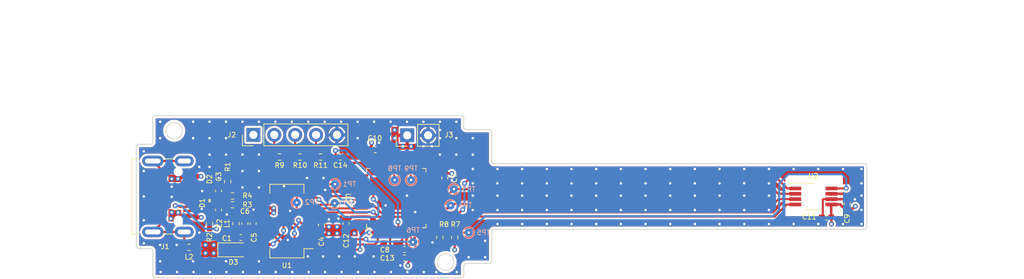
<source format=kicad_pcb>
(kicad_pcb (version 20211014) (generator pcbnew)
  (layers (0 "F.Cu" signal) (1 "In1.Cu" signal) (2 "In2.Cu" signal) (31 "B.Cu" signal) (34 "B.Paste" user) (35 "F.Paste" user) (36 "B.SilkS" user "B.Silkscreen") (37 "F.SilkS" user "F.Silkscreen") (38 "B.Mask" user) (39 "F.Mask" user) (44 "Edge.Cuts" user))
  (net 0 "")
  (net 1 "GND")
  (net 2 "/D-")
  (net 3 "/D+")
  (net 4 "VDD")
  (net 5 "+5V")
  (net 6 "/nRST")
  (net 7 "Net-(J1-PadA5)")
  (net 9 "Net-(J1-PadB5)")
  (net 11 "Net-(J2-Pad2)")
  (net 12 "Net-(J2-Pad3)")
  (net 13 "Net-(J2-Pad4)")
  (net 14 "Net-(R8-Pad1)")
  (net 15 "/RTS")
  (net 16 "/CTS")
  (net 17 "/DTR")
  (net 18 "/nSLEEP")
  (net 19 "/DSR")
  (net 20 "/nKEEP_AWAKE")
  (net 21 "/DCD")
  (net 22 "Net-(J1-PadS1)")
  (net 23 "/RI")
  (net 24 "/DD-")
  (net 25 "/DD+")
  (net 26 "/SWDIO")
  (net 27 "/SWCLK")
  (net 28 "/MCU_RX")
  (net 29 "/MCU_TX")
  (net 30 "/SPI_SCK")
  (net 31 "/SPI_MOSI")
  (net 32 "/SPI_MISO")
  (net 33 "/SPI_NSS")
  (net 34 "/MAG_INT")
  (net 35 "/MCU_CLK")
  (net 55 "Net-(TP8-Pad1)")
  (net 56 "Net-(TP9-Pad1)")
  (net 57 "/VBUS")
  (footprint "Resistor_SMD:R_0402_1005Metric_Pad0.72x0.64mm_HandSolder" (layer "F.Cu") (at 85 148.1 -90)
    (fp_text reference "R8")
    (fp_text value "10k")
  )
  (footprint "Package_SON:X1SON" (layer "F.Cu") (at 57 142.8 90)
    (fp_text reference "D2")
    (fp_text value "3.6V")
  )
  (footprint "Resistor_SMD:R_0402_1005Metric_Pad0.72x0.64mm_HandSolder" (layer "F.Cu") (at 59.8 144.1)
    (fp_text reference "R3")
    (fp_text value "27")
  )
  (footprint "Package_QFP:LQFP-48_7x7mm_P0.5mm" (layer "F.Cu") (at 79.7 143.3 90)
    (fp_text reference "U3")
    (fp_text value "STM32L010C6T6")
  )
  (footprint "Capacitor_SMD:C_0402_1005Metric_Pad0.74x0.62mm_HandSolder" (layer "F.Cu") (at 58.1 142.4325 90)
    (fp_text reference "C3")
    (fp_text value "47p")
  )
  (footprint "Resistor_SMD:R_0402_1005Metric_Pad0.72x0.64mm_HandSolder" (layer "F.Cu") (at 57 146.4 -90)
    (fp_text reference "R2")
    (fp_text value "4k7")
  )
  (footprint "Capacitor_SMD:C_0402_1005Metric_Pad0.74x0.62mm_HandSolder" (layer "F.Cu") (at 62.3 146.4 -90)
    (fp_text reference "C5")
    (fp_text value "100n")
  )
  (footprint "Diode_SMD:D_SOD-323_HandSoldering" (layer "F.Cu") (at 59.9 149.6)
    (fp_text reference "D3")
    (fp_text value "6.6V")
  )
  (footprint "Resistor_SMD:R_0402_1005Metric_Pad0.72x0.64mm_HandSolder" (layer "F.Cu") (at 86.8 148.1 -90)
    (fp_text reference "R7")
    (fp_text value "10k")
  )
  (footprint "Connector_USB:USB_C_Receptacle_JAE_DX07S016JA1R1500" (layer "F.Cu") (at 51.25 143.1 -90)
    (fp_text reference "J1")
    (fp_text value "USB_C_Receptacle_USB2.0")
  )
  (footprint "Capacitor_SMD:C_0402_1005Metric_Pad0.74x0.62mm_HandSolder" (layer "F.Cu") (at 80.7 149.55 180)
    (fp_text reference "C8")
    (fp_text value "100n")
  )
  (footprint "Capacitor_SMD:C_0402_1005Metric_Pad0.74x0.62mm_HandSolder" (layer "F.Cu") (at 73.6 146.4 90)
    (fp_text reference "C12")
    (fp_text value "100n")
  )
  (footprint "Resistor_SMD:R_0402_1005Metric_Pad0.72x0.64mm_HandSolder" (layer "F.Cu") (at 54.5 149.3 180)
    (fp_text reference "L2")
    (fp_text value "L_Ferrite")
  )
  (footprint "Resistor_SMD:R_0402_1005Metric_Pad0.72x0.64mm_HandSolder" (layer "F.Cu") (at 65.5 138.3)
    (fp_text reference "R9")
    (fp_text value "100")
  )
  (footprint "Resistor_SMD:R_0402_1005Metric_Pad0.72x0.64mm_HandSolder" (layer "F.Cu") (at 68 138.3)
    (fp_text reference "R10")
    (fp_text value "100")
  )
  (footprint "Capacitor_SMD:C_0402_1005Metric_Pad0.74x0.62mm_HandSolder" (layer "F.Cu") (at 70.6 146.5675 90)
    (fp_text reference "C4")
    (fp_text value "100n")
  )
  (footprint "Capacitor_SMD:C_0402_1005Metric_Pad0.74x0.62mm_HandSolder" (layer "F.Cu") (at 77.15 137.4)
    (fp_text reference "C10")
    (fp_text value "100n")
  )
  (footprint "Package_SO:VSSOP-8_3.0x3.0mm_P0.65mm" (layer "F.Cu") (at 130.4 143.1)
    (fp_text reference "U2")
    (fp_text value "TMAG5170")
  )
  (footprint "Capacitor_SMD:C_0402_1005Metric_Pad0.74x0.62mm_HandSolder" (layer "F.Cu") (at 132 145.6 180)
    (fp_text reference "C11")
    (fp_text value "4.7u")
  )
  (footprint "Package_SON:X1SON" (layer "F.Cu") (at 57 144.4325 -90)
    (fp_text reference "D1")
    (fp_text value "3.6V")
  )
  (footprint "Package_SO:SSOP-20_3.9x8.7mm_P0.635mm" (layer "F.Cu") (at 66.4 146.1 180)
    (fp_text reference "U1")
    (fp_text value "FT231XS")
  )
  (footprint "Capacitor_SMD:C_0402_1005Metric_Pad0.74x0.62mm_HandSolder" (layer "F.Cu") (at 61.3 146.4 -90)
    (fp_text reference "C6")
    (fp_text value "4.7u")
  )
  (footprint "Resistor_SMD:R_0402_1005Metric_Pad0.72x0.64mm_HandSolder" (layer "F.Cu") (at 59.2 141.3 90)
    (fp_text reference "R1")
    (fp_text value "4k7")
  )
  (footprint "Capacitor_SMD:C_0402_1005Metric_Pad0.74x0.62mm_HandSolder" (layer "F.Cu") (at 72.9 138.3)
    (fp_text reference "C14")
    (fp_text value "100n")
  )
  (footprint "Connector_PinHeader_2.54mm:PinHeader_1x05_P2.54mm_Vertical" (layer "F.Cu") (at 62.325 135.6 90)
    (fp_text reference "J2")
    (fp_text value "1x5_MALE")
  )
  (footprint "Resistor_SMD:R_0402_1005Metric_Pad0.72x0.64mm_HandSolder" (layer "F.Cu") (at 70.5 138.3)
    (fp_text reference "R11")
    (fp_text value "100")
  )
  (footprint "Capacitor_SMD:C_0402_1005Metric_Pad0.74x0.62mm_HandSolder" (layer "F.Cu") (at 80.7 150.6 180)
    (fp_text reference "C13")
    (fp_text value "4.7u")
  )
  (footprint "Connector_PinHeader_2.54mm:PinHeader_1x02_P2.54mm_Vertical" (layer "F.Cu") (at 81.025 135.65 90)
    (fp_text reference "J3")
    (fp_text value "1x2_Male")
  )
  (footprint "Resistor_SMD:R_0402_1005Metric_Pad0.72x0.64mm_HandSolder" (layer "F.Cu") (at 59.8 143.0325)
    (fp_text reference "R4")
    (fp_text value "27")
  )
  (footprint "Capacitor_SMD:C_0402_1005Metric_Pad0.74x0.62mm_HandSolder" (layer "F.Cu") (at 134.5 144 90)
    (fp_text reference "C9")
    (fp_text value "100n")
  )
  (footprint "Capacitor_SMD:C_0402_1005Metric_Pad0.74x0.62mm_HandSolder" (layer "F.Cu") (at 85.6 140.85 -90)
    (fp_text reference "C7")
    (fp_text value "100n")
  )
  (footprint "Capacitor_SMD:C_0402_1005Metric_Pad0.74x0.62mm_HandSolder" (layer "F.Cu") (at 58.1 144.7325 -90)
    (fp_text reference "C2")
    (fp_text value "47p")
  )
  (footprint "Resistor_SMD:R_0402_1005Metric_Pad0.72x0.64mm_HandSolder" (layer "F.Cu") (at 60.2 146.4 90)
    (fp_text reference "L1")
    (fp_text value "L_Ferrite")
  )
  (footprint "Capacitor_SMD:C_0402_1005Metric_Pad0.74x0.62mm_HandSolder" (layer "F.Cu") (at 60.8 148.1)
    (fp_text reference "C1")
    (fp_text value "10n")
  )
  (footprint "TestPoint:TestPoint_Pad_D1.0mm" (layer "B.Cu") (at 67.6 143.85 180)
    (fp_text reference "TP2")
    (fp_text value "TestPoint_Small")
  )
  (footprint "TestPoint:TestPoint_Pad_D1.0mm" (layer "B.Cu") (at 81.5 141.1 90)
    (fp_text reference "TP9")
    (fp_text value "TestPoint_Small")
  )
  (footprint "TestPoint:TestPoint_Pad_D1.0mm" (layer "B.Cu") (at 86.3 144.2 180)
    (fp_text reference "TP4")
    (fp_text value "TestPoint_Small")
  )
  (footprint "TestPoint:TestPoint_Pad_D1.0mm" (layer "B.Cu") (at 72.2 143.9 180)
    (fp_text reference "TP7")
    (fp_text value "TestPoint_Small")
  )
  (footprint "TestPoint:TestPoint_Pad_D1.0mm" (layer "B.Cu") (at 81.75 148.65 180)
    (fp_text reference "TP6")
    (fp_text value "TestPoint_Small")
  )
  (footprint "TestPoint:TestPoint_Pad_D1.0mm" (layer "B.Cu") (at 72.25 141.6 180)
    (fp_text reference "TP1")
    (fp_text value "TestPoint_Small")
  )
  (footprint "TestPoint:TestPoint_Pad_D1.0mm" (layer "B.Cu") (at 79.5 141.1 90)
    (fp_text reference "TP8")
    (fp_text value "TestPoint_Small")
  )
  (footprint "TestPoint:TestPoint_Pad_D1.0mm" (layer "B.Cu") (at 86.7 142.2 180)
    (fp_text reference "TP3")
    (fp_text value "TestPoint_Small")
  )
  (footprint "TestPoint:TestPoint_Pad_D1.0mm" (layer "B.Cu") (at 88.5 147.5 180)
    (fp_text reference "TP5")
    (fp_text value "TestPoint_Small")
  )
  (gr_arc (start 87.9 151.55) (mid 87.987868 151.337868) (end 88.2 151.25) (layer "Edge.Cuts") (width 0.1))
  (gr_arc (start 50.4 153) (mid 50.187868 152.912132) (end 50.1 152.7) (layer "Edge.Cuts") (width 0.1))
  (gr_line (start 87.6 133.25) (end 50.4 133.25) (layer "Edge.Cuts") (width 0.1))
  (gr_arc (start 87.9 152.7) (mid 87.812132 152.912132) (end 87.6 153) (layer "Edge.Cuts") (width 0.1))
  (gr_line (start 91.6 147.1) (end 136.6 147.1) (layer "Edge.Cuts") (width 0.1))
  (gr_arc (start 50.1 133.55) (mid 50.187868 133.337868) (end 50.4 133.25) (layer "Edge.Cuts") (width 0.1))
  (gr_arc (start 49.8 149.45) (mid 50.012132 149.537868) (end 50.1 149.75) (layer "Edge.Cuts") (width 0.1))
  (gr_arc (start 136.9 146.8) (mid 136.812132 147.012132) (end 136.6 147.1) (layer "Edge.Cuts") (width 0.1))
  (gr_arc (start 48.1 137.05) (mid 48.187868 136.837868) (end 48.4 136.75) (layer "Edge.Cuts") (width 0.1))
  (gr_line (start 91.3 147.4) (end 91.3 150.95) (layer "Edge.Cuts") (width 0.1))
  (gr_arc (start 91.3 150.95) (mid 91.212132 151.162132) (end 91 151.25) (layer "Edge.Cuts") (width 0.1))
  (gr_line (start 50.1 149.75) (end 50.1 152.7) (layer "Edge.Cuts") (width 0.1))
  (gr_circle (center 52.7 135.1) (end 53.7 135.1) (layer "Edge.Cuts") (width 0.1) (fill none))
  (gr_line (start 91 134.95) (end 88.2 134.95) (layer "Edge.Cuts") (width 0.1))
  (gr_arc (start 136.6 139.1) (mid 136.812132 139.187868) (end 136.9 139.4) (layer "Edge.Cuts") (width 0.1))
  (gr_arc (start 91 134.95) (mid 91.212132 135.037868) (end 91.3 135.25) (layer "Edge.Cuts") (width 0.1))
  (gr_line (start 48.4 149.45) (end 49.8 149.45) (layer "Edge.Cuts") (width 0.1))
  (gr_line (start 87.9 134.65) (end 87.9 133.55) (layer "Edge.Cuts") (width 0.1))
  (gr_line (start 136.6 139.1) (end 91.6 139.1) (layer "Edge.Cuts") (width 0.1))
  (gr_arc (start 91.6 139.1) (mid 91.387868 139.012132) (end 91.3 138.8) (layer "Edge.Cuts") (width 0.1))
  (gr_arc (start 91.3 147.4) (mid 91.387868 147.187868) (end 91.6 147.1) (layer "Edge.Cuts") (width 0.1))
  (gr_arc (start 88.2 134.95) (mid 87.987868 134.862132) (end 87.9 134.65) (layer "Edge.Cuts") (width 0.1))
  (gr_line (start 50.4 153) (end 87.6 153) (layer "Edge.Cuts") (width 0.1))
  (gr_line (start 50.1 136.45) (end 50.1 133.55) (layer "Edge.Cuts") (width 0.1))
  (gr_arc (start 48.4 149.45) (mid 48.187868 149.362132) (end 48.1 149.15) (layer "Edge.Cuts") (width 0.1))
  (gr_line (start 87.9 152.7) (end 87.9 151.55) (layer "Edge.Cuts") (width 0.1))
  (gr_line (start 88.2 151.25) (end 91 151.25) (layer "Edge.Cuts") (width 0.1))
  (gr_arc (start 87.6 133.25) (mid 87.812132 133.337868) (end 87.9 133.55) (layer "Edge.Cuts") (width 0.1))
  (gr_circle (center 85.7 151.1) (end 86.7 151.1) (layer "Edge.Cuts") (width 0.1) (fill none))
  (gr_line (start 48.1 149.15) (end 48.1 137.05) (layer "Edge.Cuts") (width 0.1))
  (gr_line (start 48.4 136.75) (end 49.8 136.75) (layer "Edge.Cuts") (width 0.1))
  (gr_line (start 136.9 146.8) (end 136.9 139.4) (layer "Edge.Cuts") (width 0.1))
  (gr_line (start 91.3 138.8) (end 91.3 135.25) (layer "Edge.Cuts") (width 0.1))
  (gr_arc (start 50.1 136.45) (mid 50.012132 136.662132) (end 49.8 136.75) (layer "Edge.Cuts") (width 0.1))
  (segment (start 134.5 143.4325) (end 132.6075 143.4325) (width 0.3) (layer "F.Cu") (net 1))
  (segment (start 131.4325 145.6) (end 131.550489 145.482011) (width 0.25) (layer "F.Cu") (net 1))
  (segment (start 132.6075 143.4325) (end 132.6 143.425) (width 0.3) (layer "F.Cu") (net 1))
  (segment (start 131.550489 143.499511) (end 131.625 143.425) (width 0.25) (layer "F.Cu") (net 1))
  (segment (start 134.5 142.95) (end 134.5 143.4325) (width 0.3) (layer "F.Cu") (net 1))
  (segment (start 131.550489 145.482011) (end 131.550489 143.499511) (width 0.25) (layer "F.Cu") (net 1))
  (segment (start 131.625 143.425) (end 132.6 143.425) (width 0.25) (layer "F.Cu") (net 1))
  (segment (start 134.325 142.775) (end 134.5 142.95) (width 0.3) (layer "F.Cu") (net 1))
  (segment (start 132.6 142.775) (end 134.325 142.775) (width 0.3) (layer "F.Cu") (net 1))
  (via (at 110 143) (size 0.6) (drill 0.3) (layers "F.Cu" "B.Cu") (net 1))
  (via (at 61 142) (size 0.6) (drill 0.3) (layers "F.Cu" "B.Cu") (net 1))
  (via (at 88.5 150.5) (size 0.6) (drill 0.3) (layers "F.Cu" "B.Cu") (net 1))
  (via (at 92 143) (size 0.6) (drill 0.3) (layers "F.Cu" "B.Cu") (net 1))
  (via (at 98 141.5) (size 0.6) (drill 0.3) (layers "F.Cu" "B.Cu") (net 1))
  (via (at 68.85 140.85) (size 0.6) (drill 0.3) (layers "F.Cu" "B.Cu") (net 1))
  (via (at 85 136) (size 0.6) (drill 0.3) (layers "F.Cu" "B.Cu") (net 1))
  (via (at 57.05 152.3) (size 0.6) (drill 0.3) (layers "F.Cu" "B.Cu") (net 1))
  (via (at 87 136) (size 0.6) (drill 0.3) (layers "F.Cu" "B.Cu") (net 1))
  (via (at 70.85 140.85) (size 0.6) (drill 0.3) (layers "F.Cu" "B.Cu") (net 1))
  (via (at 136.25 141.5) (size 0.6) (drill 0.3) (layers "F.Cu" "B.Cu") (net 1))
  (via (at 95 139.75) (size 0.6) (drill 0.3) (layers "F.Cu" "B.Cu") (net 1))
  (via (at 101 144.75) (size 0.6) (drill 0.3) (layers "F.Cu" "B.Cu") (net 1))
  (via (at 75 136) (size 0.6) (drill 0.3) (layers "F.Cu" "B.Cu") (net 1))
  (via (at 97.98269 142.999999) (size 0.6) (drill 0.3) (layers "F.Cu" "B.Cu") (net 1))
  (via (at 98 144.75) (size 0.6) (drill 0.3) (layers "F.Cu" "B.Cu") (net 1))
  (via (at 67 134) (size 0.6) (drill 0.3) (layers "F.Cu" "B.Cu") (net 1))
  (via (at 101 141.5) (size 0.6) (drill 0.3) (layers "F.Cu" "B.Cu") (net 1))
  (via (at 86.45 141.15) (size 0.6) (drill 0.3) (layers "F.Cu" "B.Cu") (net 1))
  (via (at 59.05 152.3) (size 0.6) (drill 0.3) (layers "F.Cu" "B.Cu") (net 1))
  (via (at 119 144.75) (size 0.6) (drill 0.3) (layers "F.Cu" "B.Cu") (net 1))
  (via (at 85 134) (size 0.6) (drill 0.3) (layers "F.Cu" "B.Cu") (net 1))
  (via (at 71 134) (size 0.6) (drill 0.3) (layers "F.Cu" "B.Cu") (net 1))
  (via (at 116 141.5) (size 0.6) (drill 0.3) (layers "F.Cu" "B.Cu") (net 1))
  (via (at 55 136) (size 0.6) (drill 0.3) (layers "F.Cu" "B.Cu") (net 1))
  (via (at 113 139.75) (size 0.6) (drill 0.3) (layers "F.Cu" "B.Cu") (net 1))
  (via (at 77.05 152.3) (size 0.6) (drill 0.3) (layers "F.Cu" "B.Cu") (net 1))
  (via (at 56.1 142.45) (size 0.6) (drill 0.3) (layers "F.Cu" "B.Cu") (net 1))
  (via (at 89 144.75) (size 0.6) (drill 0.3) (layers "F.Cu" "B.Cu") (net 1))
  (via (at 87.05 152.3) (size 0.6) (drill 0.3) (layers "F.Cu" "B.Cu") (net 1))
  (via (at 116 144.75) (size 0.6) (drill 0.3) (layers "F.Cu" "B.Cu") (net 1))
  (via (at 128 146.45) (size 0.6) (drill 0.3) (layers "F.Cu" "B.Cu") (net 1))
  (via (at 73 134) (size 0.6) (drill 0.3) (layers "F.Cu" "B.Cu") (net 1))
  (via (at 110 146.45) (size 0.6) (drill 0.3) (layers "F.Cu" "B.Cu") (net 1))
  (via (at 63 142) (size 0.6) (drill 0.3) (layers "F.Cu" "B.Cu") (net 1))
  (via (at 135.45 143.45) (size 0.6) (drill 0.3) (layers "F.Cu" "B.Cu") (net 1))
  (via (at 49 148.8) (size 0.6) (drill 0.3) (layers "F.Cu" "B.Cu") (net 1))
  (via (at 55.05 152.3) (size 0.6) (drill 0.3) (layers "F.Cu" "B.Cu") (net 1))
  (via (at 89 141.5) (size 0.6) (drill 0.3) (layers "F.Cu" "B.Cu") (net 1))
  (via (at 113 144.75) (size 0.6) (drill 0.3) (layers "F.Cu" "B.Cu") (net 1))
  (via (at 91.994968 141.492452) (size 0.6) (drill 0.3) (layers "F.Cu" "B.Cu") (net 1))
  (via (at 59 138) (size 0.6) (drill 0.3) (layers "F.Cu" "B.Cu") (net 1))
  (via (at 84.1 148.7) (size 0.6) (drill 0.3) (layers "F.Cu" "B.Cu") (net 1))
  (via (at 131 139.75) (size 0.6) (drill 0.3) (layers "F.Cu" "B.Cu") (net 1))
  (via (at 113 141.5) (size 0.6) (drill 0.3) (layers "F.Cu" "B.Cu") (net 1))
  (via (at 116 146.45) (size 0.6) (drill 0.3) (layers "F.Cu" "B.Cu") (net 1))
  (via (at 59 136) (size 0.6) (drill 0.3) (layers "F.Cu" "B.Cu") (net 1))
  (via (at 89 139.75) (size 0.6) (drill 0.3) (layers "F.Cu" "B.Cu") (net 1))
  (via (at 72.65 145.8) (size 0.6) (drill 0.3) (layers "F.Cu" "B.Cu") (net 1))
  (via (at 77 134) (size 0.6) (drill 0.3) (layers "F.Cu" "B.Cu") (net 1))
  (via (at 57 139.5) (size 0.6) (drill 0.3) (layers "F.Cu" "B.Cu") (net 1))
  (via (at 55.75 139.5) (size 0.6) (drill 0.3) (layers "F.Cu" "B.Cu") (net 1))
  (via (at 92 144.75) (size 0.6) (drill 0.3) (layers "F.Cu" "B.Cu") (net 1))
  (via (at 89 138) (size 0.6) (drill 0.3) (layers "F.Cu" "B.Cu") (net 1))
  (via (at 87 134) (size 0.6) (drill 0.3) (layers "F.Cu" "B.Cu") (net 1))
  (via (at 110 139.75) (size 0.6) (drill 0.3) (layers "F.Cu" "B.Cu") (net 1))
  (via (at 125 144.75) (size 0.6) (drill 0.3) (layers "F.Cu" "B.Cu") (net 1))
  (via (at 49 146) (size 0.6) (drill 0.3) (layers "F.Cu" "B.Cu") (net 1))
  (via (at 122 143) (size 0.6) (drill 0.3) (layers "F.Cu" "B.Cu") (net 1))
  (via (at 51.05 152.3) (size 0.6) (drill 0.3) (layers "F.Cu" "B.Cu") (net 1))
  (via (at 53.05 152.3) (size 0.6) (drill 0.3) (layers "F.Cu" "B.Cu") (net 1))
  (via (at 82 145) (size 0.6) (drill 0.3) (layers "F.Cu" "B.Cu") (net 1))
  (via (at 110 144.75) (size 0.6) (drill 0.3) (layers "F.Cu" "B.Cu") (net 1))
  (via (at 79 134) (size 0.6) (drill 0.3) (layers "F.Cu" "B.Cu") (net 1))
  (via (at 74.65 150.4) (size 0.6) (drill 0.3) (layers "F.Cu" "B.Cu") (net 1))
  (via (at 61.05 152.3) (size 0.6) (drill 0.3) (layers "F.Cu" "B.Cu") (net 1))
  (via (at 51 134) (size 0.6) (drill 0.3) (layers "F.Cu" "B.Cu") (net 1))
  (via (at 95 143) (size 0.6) (drill 0.3) (layers "F.Cu" "B.Cu") (net 1))
  (via (at 122 144.75) (size 0.6) (drill 0.3) (layers "F.Cu" "B.Cu") (net 1))
  (via (at 72.75 150.4) (size 0.6) (drill 0.3) (layers "F.Cu" "B.Cu") (net 1))
  (via (at 116 143) (size 0.6) (drill 0.3) (layers "F.Cu" "B.Cu") (net 1))
  (via (at 107 144.75) (size 0.6) (drill 0.3) (layers "F.Cu" "B.Cu") (net 1))
  (via (at 104 144.75) (size 0.6) (drill 0.3) (layers "F.Cu" "B.Cu") (net 1))
  (via (at 95 144.75) (size 0.6) (drill 0.3) (layers "F.Cu" "B.Cu") (net 1))
  (via (at 52.4 141.9) (size 0.6) (drill 0.3) (layers "F.Cu" "B.Cu") (net 1))
  (via (at 95 141.5) (size 0.6) (drill 0.3) (layers "F.Cu" "B.Cu") (net 1))
  (via (at 66.8 144.85) (size 0.6) (drill 0.3) (layers "F.Cu" "B.Cu") (net 1))
  (via (at 65 134) (size 0.6) (drill 0.3) (layers "F.Cu" "B.Cu") (net 1))
  (via (at 125 141.5) (size 0.6) (drill 0.3) (layers "F.Cu" "B.Cu") (net 1))
  (via (at 71.05 142.3) (size 0.6) (drill 0.3) (layers "F.Cu" "B.Cu") (net 1))
  (via (at 73.05 152.3) (size 0.6) (drill 0.3) (layers "F.Cu" "B.Cu") (net 1))
  (via (at 87 138) (size 0.6) (drill 0.3) (layers "F.Cu" "B.Cu") (net 1))
  (via (at 59.1 145.3) (size 0.6) (drill 0.3) (layers "F.Cu" "B.Cu") (net 1))
  (via (at 81 143) (size 0.6) (drill 0.3) (layers "F.Cu" "B.Cu") (net 1))
  (via (at 136.25 143) (size 0.6) (drill 0.3) (layers "F.Cu" "B.Cu") (net 1))
  (via (at 55 134) (size 0.6) (drill 0.3) (layers "F.Cu" "B.Cu") (net 1))
  (via (at 80.2 151.5) (size 0.6) (drill 0.3) (layers "F.Cu" "B.Cu") (net 1))
  (via (at 98 146.45) (size 0.6) (drill 0.3) (layers "F.Cu" "B.Cu") (net 1))
  (via (at 79.05 152.3) (size 0.6) (drill 0.3) (layers "F.Cu" "B.Cu") (net 1))
  (via (at 57 136) (size 0.6) (drill 0.3) (layers "F.Cu" "B.Cu") (net 1))
  (via (at 55.75 147.5) (size 0.6) (drill 0.3) (layers "F.Cu" "B.Cu") (net 1))
  (via (at 49 143.1) (size 0.6) (drill 0.3) (layers "F.Cu" "B.Cu") (net 1))
  (via (at 131 146.45) (size 0.6) (drill 0.3) (layers "F.Cu" "B.Cu") (net 1))
  (via (at 63 134) (size 0.6) (drill 0.3) (layers "F.Cu" "B.Cu") (net 1))
  (via (at 53 149) (size 0.6) (drill 0.3) (layers "F.Cu" "B.Cu") (net 1))
  (via (at 71.05 152.3) (size 0.6) (drill 0.3) (layers "F.Cu" "B.Cu") (net 1))
  (via (at 62.35 144.7) (size 0.6) (drill 0.3) (layers "F.Cu" "B.Cu") (net 1))
  (via (at 56.05 144.6) (size 0.6) (drill 0.3) (layers "F.Cu" "B.Cu") (net 1))
  (via (at 78.4 144.2) (size 0.6) (drill 0.3) (layers "F.Cu" "B.Cu") (net 1))
  (via (at 63 138) (size 0.6) (drill 0.3) (layers "F.Cu" "B.Cu") (net 1))
  (via (at 101 143) (size 0.6) (drill 0.3) (layers "F.Cu" "B.Cu") (net 1))
  (via (at 134 146.45) (size 0.6) (drill 0.3) (layers "F.Cu" "B.Cu") (net 1))
  (via (at 63 151) (size 0.6) (drill 0.3) (layers "F.Cu" "B.Cu") (net 1))
  (via (at 101 139.75) (size 0.6) (drill 0.3) (layers "F.Cu" "B.Cu") (net 1))
  (via (at 68.95 150.4) (size 0.6) (drill 0.3) (layers "F.Cu" "B.Cu") (net 1))
  (via (at 75 134) (size 0.6) (drill 0.3) (layers "F.Cu" "B.Cu") (net 1))
  (via (at 104 146.45) (size 0.6) (drill 0.3) (layers "F.Cu" "B.Cu") (net 1))
  (via (at 113 143) (size 0.6) (drill 0.3) (layers "F.Cu" "B.Cu") (net 1))
  (via (at 85 138) (size 0.6) (drill 0.3) (layers "F.Cu" "B.Cu") (net 1))
  (via (at 65.05 152.3) (size 0.6) (drill 0.3) (layers "F.Cu" "B.Cu") (net 1))
  (via (at 92 146.45) (size 0.6) (drill 0.3) (layers "F.Cu" "B.Cu") (net 1))
  (via (at 57 138) (size 0.6) (drill 0.3) (layers "F.Cu" "B.Cu") (net 1))
  (via (at 121.991412 141.490428) (size 0.6) (drill 0.3) (layers "F.Cu" "B.Cu") (net 1))
  (via (at 75.05 152.3) (size 0.6) (drill 0.3) (layers "F.Cu" "B.Cu") (net 1))
  (via (at 125 146.45) (size 0.6) (drill 0.3) (layers "F.Cu" "B.Cu") (net 1))
  (via (at 107 139.75) (size 0.6) (drill 0.3) (layers "F.Cu" "B.Cu") (net 1))
  (via (at 125 143) (size 0.6) (drill 0.3) (layers "F.Cu" "B.Cu") (net 1))
  (via (at 110 141.5) (size 0.6) (drill 0.3) (layers "F.Cu" "B.Cu") (net 1))
  (via (at 61 138) (size 0.6) (drill 0.3) (layers "F.Cu" "B.Cu") (net 1))
  (via (at 69 134) (size 0.6) (drill 0.3) (layers "F.Cu" "B.Cu") (net 1))
  (via (at 92 139.75) (size 0.6) (drill 0.3) (layers "F.Cu" "B.Cu") (net 1))
  (via (at 136.25 146.45) (size 0.6) (drill 0.3) (layers "F.Cu" "B.Cu") (net 1))
  (via (at 122 146.45) (size 0.6) (drill 0.3) (layers "F.Cu" "B.Cu") (net 1))
  (via (at 128 139.75) (size 0.6) (drill 0.3) (layers "F.Cu" "B.Cu") (net 1))
  (via (at 104 143) (size 0.6) (drill 0.3) (layers "F.Cu" "B.Cu") (net 1))
  (via (at 104 141.5) (size 0.6) (drill 0.3) (layers "F.Cu" "B.Cu") (net 1))
  (via (at 83 137) (size 0.6) (drill 0.3) (layers "F.Cu" "B.Cu") (net 1))
  (via (at 58.999015 150.99092) (size 0.6) (drill 0.3) (layers "F.Cu" "B.Cu") (net 1))
  (via (at 51 136) (size 0.6) (drill 0.3) (layers "F.Cu" "B.Cu") (net 1))
  (via (at 66.05 141.85) (size 0.6) (drill 0.3) (layers "F.Cu" "B.Cu") (net 1))
  (via (at 90.5 150.5) (size 0.6) (drill 0.3) (layers "F.Cu" "B.Cu") (net 1))
  (via (at 81.05 152.3) (size 0.6) (drill 0.3) (layers "F.Cu" "B.Cu") (net 1))
  (via (at 59 134) (size 0.6) (drill 0.3) (layers "F.Cu" "B.Cu") (net 1))
  (via (at 71.5 145.9) (size 0.6) (drill 0.3) (layers "F.Cu" "B.Cu") (net 1))
  (via (at 63 140) (size 0.6) (drill 0.3) (layers "F.Cu" "B.Cu") (net 1))
  (via (at 85 135) (size 0.6) (drill 0.3) (layers "F.Cu" "B.Cu") (net 1))
  (via (at 69.05 152.3) (size 0.6) (drill 0.3) (layers "F.Cu" "B.Cu") (net 1))
  (via (at 101 146.45) (size 0.6) (drill 0.3) (layers "F.Cu" "B.Cu") (net 1))
  (via (at 136.25 139.75) (size 0.6) (drill 0.3) (layers "F.Cu" "B.Cu") (net 1))
  (via (at 83.05 152.3) (size 0.6) (drill 0.3) (layers "F.Cu" "B.Cu") (net 1))
  (via (at 122 139.75) (size 0.6) (drill 0.3) (layers "F.Cu" "B.Cu") (net 1))
  (via (at 70.8 150.4) (size 0.6) (drill 0.3) (layers "F.Cu" "B.Cu") (net 1))
  (via (at 125 139.75) (size 0.6) (drill 0.3) (layers "F.Cu" "B.Cu") (net 1))
  (via (at 119 141.5) (size 0.6) (drill 0.3) (layers "F.Cu" "B.Cu") (net 1))
  (via (at 76.95 150.4) (size 0.6) (drill 0.3) (layers "F.Cu" "B.Cu") (net 1))
  (via (at 95 146.45) (size 0.6) (drill 0.3) (layers "F.Cu" "B.Cu") (net 1))
  (via (at 98 139.75) (size 0.6) (drill 0.3) (layers "F.Cu" "B.Cu") (net 1))
  (via (at 52.4 143.15) (size 0.6) (drill 0.3) (layers "F.Cu" "B.Cu") (net 1))
  (via (at 104 139.75) (size 0.6) (drill 0.3) (layers "F.Cu" "B.Cu") (net 1))
  (via (at 58.1 140.85) (size 0.6) (drill 0.3) (layers "F.Cu" "B.Cu") (net 1))
  (via (at 134 139.75) (size 0.6) (drill 0.3) (layers "F.Cu" "B.Cu") (net 1))
  (via (at 49 140) (size 0.6) (drill 0.3) (layers "F.Cu" "B.Cu") (net 1))
  (via (at 89 136) (size 0.6) (drill 0.3) (layers "F.Cu" "B.Cu") (net 1))
  (via (at 51 149) (size 0.6) (drill 0.3) (layers "F.Cu" "B.Cu") (net 1))
  (via (at 57 134) (size 0.6) (drill 0.3) (layers "F.Cu" "B.Cu") (net 1))
  (via (at 107 143) (size 0.6) (drill 0.3) (layers "F.Cu" "B.Cu") (net 1))
  (via (at 119 146.45) (size 0.6) (drill 0.3) (layers "F.Cu" "B.Cu") (net 1))
  (via (at 90.5 148.5) (size 0.6) (drill 0.3) (layers "F.Cu" "B.Cu") (net 1))
  (via (at 77.6 136.55) (size 0.6) (drill 0.3) (layers "F.Cu" "B.Cu") (net 1))
  (via (at 113 146.45) (size 0.6) (drill 0.3) (layers "F.Cu" "B.Cu") (net 1))
  (via (at 61 134) (size 0.6) (drill 0.3) (layers "F.Cu" "B.Cu") (net 1))
  (via (at 136.25 144.75) (size 0.6) (drill 0.3) (layers "F.Cu" "B.Cu") (net 1))
  (via (at 84 137) (size 0.6) (drill 0.3) (layers "F.Cu" "B.Cu") (net 1))
  (via (at 66.5 148.4) (size 0.6) (drill 0.3) (layers "F.Cu" "B.Cu") (net 1))
  (via (at 49 137.6) (size 0.6) (drill 0.3) (layers "F.Cu" "B.Cu") (net 1))
  (via (at 107 141.5) (size 0.6) (drill 0.3) (layers "F.Cu" "B.Cu") (net 1))
  (via (at 89 143) (size 0.6) (drill 0.3) (layers "F.Cu" "B.Cu") (net 1))
  (via (at 84.55 152.3) (size 0.6) (drill 0.3) (layers "F.Cu" "B.Cu") (net 1))
  (via (at 51 151) (size 0.6) (drill 0.3) (layers "F.Cu" "B.Cu") (net 1))
  (via (at 55 151) (size 0.6) (drill 0.3) (layers "F.Cu" "B.Cu") (net 1))
  (via (at 119 139.75) (size 0.6) (drill 0.3) (layers "F.Cu" "B.Cu") (net 1))
  (via (at 119 143) (size 0.6) (drill 0.3) (layers "F.Cu" "B.Cu") (net 1))
  (via (at 63.05 152.3) (size 0.6) (drill 0.3) (layers "F.Cu" "B.Cu") (net 1))
  (via (at 67.05 152.3) (size 0.6) (drill 0.3) (layers "F.Cu" "B.Cu") (net 1))
  (via (at 107 146.45) (size 0.6) (drill 0.3) (layers "F.Cu" "B.Cu") (net 1))
  (via (at 116 139.75) (size 0.6) (drill 0.3) (layers "F.Cu" "B.Cu") (net 1))
  (via (at 61 140) (size 0.6) (drill 0.3) (layers "F.Cu" "B.Cu") (net 1))
  (via (at 83 134) (size 0.6) (drill 0.3) (layers "F.Cu" "B.Cu") (net 1))
  (via (at 81 134) (size 0.6) (drill 0.3) (layers "F.Cu" "B.Cu") (net 1))
  (segment (start 54.3 142.35) (end 53.6 142.35) (width 0.2) (layer "F.Cu") (net 2))
  (segment (start 57 144.0825) (end 56.9825 144.1) (width 0.2) (layer "F.Cu") (net 2))
  (segment (start 53.1 143.384022) (end 53.565978 143.85) (width 0.2) (layer "F.Cu") (net 2))
  (segment (start 55.100001 143.8) (end 55.050001 143.85) (width 0.2) (layer "F.Cu") (net 2))
  (segment (start 58.0175 144.0825) (end 58.1 144.165) (width 0.2) (layer "F.Cu") (net 2))
  (segment (start 56.9825 144.1) (end 56.7 144.1) (width 0.2) (layer "F.Cu") (net 2))
  (segment (start 56.4 143.8) (end 55.100001 143.8) (width 0.2) (layer "F.Cu") (net 2))
  (segment (start 53.565978 143.85) (end 54.3 143.85) (width 0.2) (layer "F.Cu") (net 2))
  (segment (start 56.7 144.1) (end 56.4 143.8) (width 0.2) (layer "F.Cu") (net 2))
  (segment (start 59.1375 144.165) (end 59.2025 144.1) (width 0.2) (layer "F.Cu") (net 2))
  (segment (start 57 144.0825) (end 58.0175 144.0825) (width 0.2) (layer "F.Cu") (net 2))
  (segment (start 53.1 142.85) (end 53.1 143.384022) (width 0.2) (layer "F.Cu") (net 2))
  (segment (start 55.050001 143.85) (end 54.3 143.85) (width 0.2) (layer "F.Cu") (net 2))
  (segment (start 58.1 144.165) (end 59.1375 144.165) (width 0.2) (layer "F.Cu") (net 2))
  (segment (start 53.6 142.35) (end 53.1 142.85) (width 0.2) (layer "F.Cu") (net 2))
  (segment (start 56.7 143.15) (end 56.45 143.4) (width 0.2) (layer "F.Cu") (net 3))
  (segment (start 53.7 142.85) (end 54.3 142.85) (width 0.2) (layer "F.Cu") (net 3))
  (segment (start 53.7 143.35) (end 53.55 143.2) (width 0.2) (layer "F.Cu") (net 3))
  (segment (start 57 143.15) (end 57.95 143.15) (width 0.2) (layer "F.Cu") (net 3))
  (segment (start 53.55 143.2) (end 53.55 143) (width 0.2) (layer "F.Cu") (net 3))
  (segment (start 59.17 143) (end 59.2025 143.0325) (width 0.2) (layer "F.Cu") (net 3))
  (segment (start 55.100001 143.4) (end 55.050001 143.35) (width 0.2) (layer "F.Cu") (net 3))
  (segment (start 57 143.15) (end 56.7 143.15) (width 0.2) (layer "F.Cu") (net 3))
  (segment (start 56.45 143.4) (end 55.100001 143.4) (width 0.2) (layer "F.Cu") (net 3))
  (segment (start 53.55 143) (end 53.7 142.85) (width 0.2) (layer "F.Cu") (net 3))
  (segment (start 57.95 143.15) (end 58.1 143) (width 0.2) (layer "F.Cu") (net 3))
  (segment (start 58.1 143) (end 59.17 143) (width 0.2) (layer "F.Cu") (net 3))
  (segment (start 54.3 143.35) (end 53.7 143.35) (width 0.2) (layer "F.Cu") (net 3))
  (segment (start 55.050001 143.35) (end 54.3 143.35) (width 0.2) (layer "F.Cu") (net 3))
  (segment (start 81.2675 149.1675) (end 81.2675 149.55) (width 0.3) (layer "F.Cu") (net 4))
  (segment (start 81.1 151.5) (end 81.1 151.2) (width 0.25) (layer "F.Cu") (net 4))
  (segment (start 86 140.3) (end 86.45 140.3) (width 0.3) (layer "F.Cu") (net 4))
  (segment (start 132.5675 145.6) (end 132.5675 144.1075) (width 0.3) (layer "F.Cu") (net 4))
  (segment (start 71.4825 147) (end 71.5 147.0175) (width 0.3) (layer "F.Cu") (net 4))
  (segment (start 76.5825 137.8325) (end 76.95 138.2) (width 0.3) (layer "F.Cu") (net 4))
  (segment (start 80.95 148.85) (end 81.2675 149.1675) (width 0.3) (layer "F.Cu") (net 4))
  (segment (start 76.95 138.2) (end 76.95 139.1375) (width 0.3) (layer "F.Cu") (net 4))
  (segment (start 74.3 146.6) (end 74.0325 146.8675) (width 0.3) (layer "F.Cu") (net 4))
  (segment (start 64.7525 145.1475) (end 64.8 145.1) (width 0.25) (layer "F.Cu") (net 4))
  (segment (start 134.5 144.5675) (end 134.1675 144.5675) (width 0.3) (layer "F.Cu") (net 4))
  (segment (start 70.6 147.135) (end 70.965 147.135) (width 0.3) (layer "F.Cu") (net 4))
  (segment (start 134.1675 144.5675) (end 133.675 144.075) (width 0.3) (layer "F.Cu") (net 4))
  (segment (start 69 147.6875) (end 69.6625 147.6875) (width 0.3) (layer "F.Cu") (net 4))
  (segment (start 83.8625 140.55) (end 84.7 140.55) (width 0.3) (layer "F.Cu") (net 4))
  (segment (start 74.3 146.4) (end 74.3 146.6) (width 0.3) (layer "F.Cu") (net 4))
  (segment (start 81.1 151.2) (end 81.3 151) (width 0.25) (layer "F.Cu") (net 4))
  (segment (start 134.5 144.5675) (end 135.2325 144.5675) (width 0.3) (layer "F.Cu") (net 4))
  (segment (start 133.675 144.075) (end 132.6 144.075) (width 0.3) (layer "F.Cu") (net 4))
  (segment (start 71.1 147) (end 71.4825 147) (width 0.3) (layer "F.Cu") (net 4))
  (segment (start 85.0675 140.1825) (end 85.5 140.1825) (width 0.3) (layer "F.Cu") (net 4))
  (segment (start 74.65 146.05) (end 74.3 146.4) (width 0.3) (layer "F.Cu") (net 4))
  (segment (start 86.8 149.6) (end 86.8 148.6975) (width 0.25) (layer "F.Cu") (net 4))
  (segment (start 63.8 144.5125) (end 64.7875 144.5125) (width 0.4) (layer "F.Cu") (net 4))
  (segment (start 85.8825 140.1825) (end 86 140.3) (width 0.3) (layer "F.Cu") (net 4))
  (segment (start 75.5375 146.05) (end 74.65 146.05) (width 0.3) (layer "F.Cu") (net 4))
  (segment (start 85.5 140.1825) (end 85.8825 140.1825) (width 0.3) (layer "F.Cu") (net 4))
  (segment (start 135.2325 144.5675) (end 135.5 144.3) (width 0.3) (layer "F.Cu") (net 4))
  (segment (start 81.2675 149.55) (end 81.2675 150.6) (width 0.3) (layer "F.Cu") (net 4))
  (segment (start 76.5825 137.0175) (end 76.7 136.9) (width 0.3) (layer "F.Cu") (net 4))
  (segment (start 76.5825 137.4) (end 76.5825 137.0175) (width 0.3) (layer "F.Cu") (net 4))
  (segment (start 69.6625 147.6875) (end 70.215 147.135) (width 0.3) (layer "F.Cu") (net 4))
  (segment (start 76.7 136.9) (end 76.7 136.55) (width 0.3) (layer "F.Cu") (net 4))
  (segment (start 74.0325 146.8675) (end 73.6 146.8675) (width 0.3) (layer "F.Cu") (net 4))
  (segment (start 64.8 145.1) (end 64.8 144.5) (width 0.6) (layer "F.Cu") (net 4))
  (segment (start 81.3 151) (end 81.3 150.6325) (width 0.25) (layer "F.Cu") (net 4))
  (segment (start 63.8 145.1475) (end 64.7525 145.1475) (width 0.25) (layer "F.Cu") (net 4))
  (segment (start 132.6 146.5) (end 132.6 145.6325) (width 0.3) (layer "F.Cu") (net 4))
  (segment (start 64.7875 144.5125) (end 64.8 144.5) (width 0.4) (layer "F.Cu") (net 4))
  (segment (start 70.965 147.135) (end 71.1 147) (width 0.3) (layer "F.Cu") (net 4))
  (segment (start 70.215 147.135) (end 70.6 147.135) (width 0.3) (layer "F.Cu") (net 4))
  (segment (start 80.95 147.4625) (end 80.95 148.85) (width 0.3) (layer "F.Cu") (net 4))
  (segment (start 132.5675 144.1075) (end 132.6 144.075) (width 0.3) (layer "F.Cu") (net 4))
  (segment (start 76.5825 137.4) (end 76.5825 137.8325) (width 0.3) (layer "F.Cu") (net 4))
  (segment (start 81.3 150.6325) (end 81.2675 150.6) (width 0.25) (layer "F.Cu") (net 4))
  (segment (start 132.6 145.6325) (end 132.5675 145.6) (width 0.3) (layer "F.Cu") (net 4))
  (segment (start 84.7 140.55) (end 85.0675 140.1825) (width 0.3) (layer "F.Cu") (net 4))
  (via (at 135.5 144.3) (size 0.6) (drill 0.3) (layers "F.Cu" "B.Cu") (net 4))
  (via (at 132.6 146.45) (size 0.6) (drill 0.3) (layers "F.Cu" "B.Cu") (net 4))
  (via (at 71.5 147.6) (size 0.6) (drill 0.3) (layers "F.Cu" "B.Cu") (net 4))
  (via (at 79.5 136) (size 0.6) (drill 0.3) (layers "F.Cu" "B.Cu") (net 4))
  (via (at 64.8 145.1) (size 0.6) (drill 0.3) (layers "F.Cu" "B.Cu") (net 4))
  (via (at 74.6 147.6) (size 0.6) (drill 0.3) (layers "F.Cu" "B.Cu") (net 4))
  (via (at 86.8 149.6) (size 0.6) (drill 0.3) (layers "F.Cu" "B.Cu") (net 4))
  (via (at 81.1 151.5) (size 0.6) (drill 0.3) (layers "F.Cu" "B.Cu") (net 4))
  (via (at 79.5 135) (size 0.6) (drill 0.3) (layers "F.Cu" "B.Cu") (net 4))
  (via (at 76.7 136.55) (size 0.6) (drill 0.3) (layers "F.Cu" "B.Cu") (net 4))
  (via (at 71.5 146.8) (size 0.6) (drill 0.3) (layers "F.Cu" "B.Cu") (net 4))
  (via (at 80.5 137) (size 0.6) (drill 0.3) (layers "F.Cu" "B.Cu") (net 4))
  (via (at 86.45 140.3) (size 0.6) (drill 0.3) (layers "F.Cu" "B.Cu") (net 4))
  (via (at 72.5 147.6) (size 0.6) (drill 0.3) (layers "F.Cu" "B.Cu") (net 4))
  (via (at 81.5 137) (size 0.6) (drill 0.3) (layers "F.Cu" "B.Cu") (net 4))
  (via (at 64.8 144.5) (size 0.6) (drill 0.3) (layers "F.Cu" "B.Cu") (net 4))
  (via (at 72.5 146.8) (size 0.6) (drill 0.3) (layers "F.Cu" "B.Cu") (net 4))
  (segment (start 60.22 145.7825) (end 60.2 145.8025) (width 0.35) (layer "F.Cu") (net 5))
  (segment (start 63.8 145.7825) (end 60.22 145.7825) (width 0.35) (layer "F.Cu") (net 5))
  (segment (start 79.9 146.2) (end 79.95 146.25) (width 0.25) (layer "F.Cu") (net 6))
  (segment (start 79.95 146.25) (end 79.95 147.4625) (width 0.25) (layer "F.Cu") (net 6))
  (segment (start 71.0975 138.3) (end 72.3325 138.3) (width 0.25) (layer "F.Cu") (net 6))
  (segment (start 72.3325 137.5325) (end 72.3 137.5) (width 0.25) (layer "F.Cu") (net 6))
  (segment (start 72.3325 138.3) (end 72.3325 137.5325) (width 0.25) (layer "F.Cu") (net 6))
  (via (at 79.9 146.2) (size 0.6) (drill 0.3) (layers "F.Cu" "B.Cu") (net 6))
  (via (at 72.3 137.5) (size 0.6) (drill 0.3) (layers "F.Cu" "B.Cu") (net 6))
  (segment (start 73.5 137.5) (end 72.3 137.5) (width 0.25) (layer "B.Cu") (net 6))
  (segment (start 79.9 143.9) (end 73.5 137.5) (width 0.25) (layer "B.Cu") (net 6))
  (segment (start 79.9 146.2) (end 79.9 143.9) (width 0.25) (layer "B.Cu") (net 6))
  (segment (start 56.25 141.35) (end 54.3 141.35) (width 0.25) (layer "F.Cu") (net 7))
  (segment (start 57.8 139.8) (end 56.25 141.35) (width 0.25) (layer "F.Cu") (net 7))
  (segment (start 59.2 140.7025) (end 59.2 140.3) (width 0.25) (layer "F.Cu") (net 7))
  (segment (start 58.7 139.8) (end 57.8 139.8) (width 0.25) (layer "F.Cu") (net 7))
  (segment (start 59.2 140.3) (end 58.7 139.8) (width 0.25) (layer "F.Cu") (net 7))
  (segment (start 54.3 144.35) (end 53.35 144.35) (width 0.25) (layer "F.Cu") (net 9))
  (segment (start 53.229133 144.229133) (end 52.824407 144.229133) (width 0.25) (layer "F.Cu") (net 9))
  (segment (start 57.85 147.05) (end 57.0525 147.05) (width 0.25) (layer "F.Cu") (net 9))
  (segment (start 57.0525 147.05) (end 57 146.9975) (width 0.25) (layer "F.Cu") (net 9))
  (segment (start 53.35 144.35) (end 53.229133 144.229133) (width 0.25) (layer "F.Cu") (net 9))
  (via (at 57.85 147.05) (size 0.6) (drill 0.3) (layers "F.Cu" "B.Cu") (net 9))
  (via (at 52.824407 144.229133) (size 0.6) (drill 0.3) (layers "F.Cu" "B.Cu") (net 9))
  (segment (start 56.4 147.05) (end 57.85 147.05) (width 0.25) (layer "B.Cu") (net 9))
  (segment (start 53.579133 144.229133) (end 56.4 147.05) (width 0.25) (layer "B.Cu") (net 9))
  (segment (start 52.824407 144.229133) (end 53.579133 144.229133) (width 0.25) (layer "B.Cu") (net 9))
  (segment (start 64.865 138.2625) (end 64.865 135.6) (width 0.25) (layer "F.Cu") (net 11))
  (segment (start 64.9025 138.3) (end 64.865 138.2625) (width 0.25) (layer "F.Cu") (net 11))
  (segment (start 67.4025 138.3) (end 67.405 138.2975) (width 0.25) (layer "F.Cu") (net 12))
  (segment (start 67.405 138.2975) (end 67.405 135.6) (width 0.25) (layer "F.Cu") (net 12))
  (segment (start 69.945 135.6) (end 69.945 138.2575) (width 0.25) (layer "F.Cu") (net 13))
  (segment (start 69.945 138.2575) (end 69.9025 138.3) (width 0.25) (layer "F.Cu") (net 13))
  (segment (start 75.5375 144.05) (end 76.833193 144.05) (width 0.25) (layer "F.Cu") (net 14))
  (segment (start 82.1 146.4) (end 82.8 146.4) (width 0.25) (layer "F.Cu") (net 14))
  (segment (start 83.9025 147.5025) (end 85 147.5025) (width 0.25) (layer "F.Cu") (net 14))
  (segment (start 80.8 145.1) (end 82.1 146.4) (width 0.25) (layer "F.Cu") (net 14))
  (segment (start 77.883193 145.1) (end 80.8 145.1) (width 0.25) (layer "F.Cu") (net 14))
  (segment (start 82.8 146.4) (end 83.9025 147.5025) (width 0.25) (layer "F.Cu") (net 14))
  (segment (start 76.833193 144.05) (end 77.883193 145.1) (width 0.25) (layer "F.Cu") (net 14))
  (segment (start 76 148.3) (end 75.9775 148.3225) (width 0.25) (layer "F.Cu") (net 15))
  (segment (start 75.9775 148.3225) (end 69 148.3225) (width 0.25) (layer "F.Cu") (net 15))
  (segment (start 81.95 148.437687) (end 81.95 147.4625) (width 0.25) (layer "F.Cu") (net 15))
  (segment (start 81.723608 148.664079) (end 81.95 148.437687) (width 0.25) (layer "F.Cu") (net 15))
  (via (at 76 148.3) (size 0.6) (drill 0.3) (layers "F.Cu" "B.Cu") (net 15))
  (via (at 81.723608 148.664079) (size 0.6) (drill 0.3) (layers "F.Cu" "B.Cu") (net 15))
  (segment (start 81.659529 148.6) (end 76.3 148.6) (width 0.25) (layer "B.Cu") (net 15))
  (segment (start 76.3 148.6) (end 76 148.3) (width 0.25) (layer "B.Cu") (net 15))
  (segment (start 81.723608 148.664079) (end 81.659529 148.6) (width 0.25) (layer "B.Cu") (net 15))
  (segment (start 69.924511 144.1) (end 69.702011 143.8775) (width 0.25) (layer "F.Cu") (net 16))
  (segment (start 80.365495 145.575489) (end 80 145.575489) (width 0.25) (layer "F.Cu") (net 16))
  (segment (start 81.45 147.4625) (end 81.45 146.659994) (width 0.25) (layer "F.Cu") (net 16))
  (segment (start 80 145.575489) (end 77.475489 145.575489) (width 0.25) (layer "F.Cu") (net 16))
  (segment (start 72.0255 144.1) (end 69.924511 144.1) (width 0.25) (layer "F.Cu") (net 16))
  (segment (start 81.45 146.659994) (end 80.365495 145.575489) (width 0.25) (layer "F.Cu") (net 16))
  (segment (start 77.475489 145.575489) (end 76.9 145) (width 0.25) (layer "F.Cu") (net 16))
  (segment (start 72.2 143.9255) (end 72.0255 144.1) (width 0.25) (layer "F.Cu") (net 16))
  (segment (start 69.702011 143.8775) (end 69 143.8775) (width 0.25) (layer "F.Cu") (net 16))
  (via (at 72.2 143.9255) (size 0.6) (drill 0.3) (layers "F.Cu" "B.Cu") (net 16))
  (via (at 76.9 145) (size 0.6) (drill 0.3) (layers "F.Cu" "B.Cu") (net 16))
  (segment (start 76.9 145) (end 74.6 145) (width 0.25) (layer "B.Cu") (net 16))
  (segment (start 74.6 145) (end 73.5255 143.9255) (width 0.25) (layer "B.Cu") (net 16))
  (segment (start 73.5255 143.9255) (end 72.2 143.9255) (width 0.25) (layer "B.Cu") (net 16))
  (segment (start 77.1 148.9575) (end 69 148.9575) (width 0.25) (layer "F.Cu") (net 17))
  (segment (start 77.45 147.4625) (end 77.45 148.6075) (width 0.25) (layer "F.Cu") (net 17))
  (segment (start 77.45 148.6075) (end 77.1 148.9575) (width 0.25) (layer "F.Cu") (net 17))
  (segment (start 69 143.2425) (end 70.070844 143.2425) (width 0.25) (layer "F.Cu") (net 18))
  (segment (start 70.070844 143.2425) (end 70.303844 143.4755) (width 0.25) (layer "F.Cu") (net 18))
  (segment (start 75.5375 142.55) (end 76.6 142.55) (width 0.25) (layer "F.Cu") (net 18))
  (segment (start 76.85 142.8) (end 76.908496 142.858496) (width 0.25) (layer "F.Cu") (net 18))
  (segment (start 76.908496 142.858496) (end 76.908496 143.430056) (width 0.25) (layer "F.Cu") (net 18))
  (segment (start 76.6 142.55) (end 76.85 142.8) (width 0.25) (layer "F.Cu") (net 18))
  (via (at 70.303844 143.4755) (size 0.6) (drill 0.3) (layers "F.Cu" "B.Cu") (net 18))
  (via (at 76.908496 143.430056) (size 0.6) (drill 0.3) (layers "F.Cu" "B.Cu") (net 18))
  (segment (start 73.441525 145.624511) (end 72.541525 144.724511) (width 0.25) (layer "B.Cu") (net 18))
  (segment (start 77.524511 145.325489) (end 77.225489 145.624511) (width 0.25) (layer "B.Cu") (net 18))
  (segment (start 71.552855 144.724511) (end 72.541525 144.724511) (width 0.25) (layer "B.Cu") (net 18))
  (segment (start 76.908496 143.430056) (end 77.524511 144.046071) (width 0.25) (layer "B.Cu") (net 18))
  (segment (start 77.225489 145.624511) (end 73.441525 145.624511) (width 0.25) (layer "B.Cu") (net 18))
  (segment (start 77.524511 144.046071) (end 77.524511 145.325489) (width 0.25) (layer "B.Cu") (net 18))
  (segment (start 70.303844 143.4755) (end 71.552855 144.724511) (width 0.25) (layer "B.Cu") (net 18))
  (segment (start 69.9525 145.1475) (end 69 145.1475) (width 0.25) (layer "F.Cu") (net 19))
  (segment (start 75.5375 145.05) (end 70.05 145.05) (width 0.25) (layer "F.Cu") (net 19))
  (segment (start 70.05 145.05) (end 69.9525 145.1475) (width 0.25) (layer "F.Cu") (net 19))
  (segment (start 65.424511 146.277989) (end 65.424511 144.241318) (width 0.25) (layer "F.Cu") (net 20))
  (segment (start 65.1 141.65) (end 66.7 140.05) (width 0.25) (layer "F.Cu") (net 20))
  (segment (start 63.8 147.0525) (end 64.65 147.0525) (width 0.25) (layer "F.Cu") (net 20))
  (segment (start 72.882983 140.05) (end 74.382983 141.55) (width 0.25) (layer "F.Cu") (net 20))
  (segment (start 66.7 140.05) (end 72.882983 140.05) (width 0.25) (layer "F.Cu") (net 20))
  (segment (start 65.1 143.916807) (end 65.1 141.65) (width 0.25) (layer "F.Cu") (net 20))
  (segment (start 64.65 147.0525) (end 65.424511 146.277989) (width 0.25) (layer "F.Cu") (net 20))
  (segment (start 65.424511 144.241318) (end 65.1 143.916807) (width 0.25) (layer "F.Cu") (net 20))
  (segment (start 74.382983 141.55) (end 75.5375 141.55) (width 0.25) (layer "F.Cu") (net 20))
  (segment (start 75.5375 144.55) (end 69.0375 144.55) (width 0.25) (layer "F.Cu") (net 21))
  (segment (start 69.0375 144.55) (end 69 144.5125) (width 0.25) (layer "F.Cu") (net 21))
  (segment (start 53.925 147.42) (end 50.1 147.42) (width 0.25) (layer "F.Cu") (net 22))
  (segment (start 53.925 149.2775) (end 53.9025 149.3) (width 0.25) (layer "F.Cu") (net 22))
  (segment (start 53.925 147.42) (end 53.925 149.2775) (width 0.25) (layer "F.Cu") (net 22))
  (segment (start 51.549511 140.229511) (end 51.549511 145.970489) (width 0.25) (layer "F.Cu") (net 22))
  (segment (start 51.549511 145.970489) (end 50.1 147.42) (width 0.25) (layer "F.Cu") (net 22))
  (segment (start 50.1 138.78) (end 51.549511 140.229511) (width 0.25) (layer "F.Cu") (net 22))
  (segment (start 50.1 138.78) (end 53.925 138.78) (width 0.25) (layer "F.Cu") (net 22))
  (segment (start 67.3245 148.731022) (end 68.175478 149.582) (width 0.25) (layer "F.Cu") (net 23))
  (segment (start 68.242 146.4175) (end 69 146.4175) (width 0.25) (layer "F.Cu") (net 23))
  (segment (start 76.4375 147.4625) (end 76.4 147.5) (width 0.25) (layer "F.Cu") (net 23))
  (segment (start 68.175478 149.582) (end 75.3 149.582) (width 0.25) (layer "F.Cu") (net 23))
  (segment (start 76.95 147.4625) (end 76.4375 147.4625) (width 0.25) (layer "F.Cu") (net 23))
  (segment (start 67.8245 146) (end 68.242 146.4175) (width 0.25) (layer "F.Cu") (net 23))
  (segment (start 67.3245 147.6) (end 67.3245 148.731022) (width 0.25) (layer "F.Cu") (net 23))
  (via (at 67.8245 146) (size 0.6) (drill 0.3) (layers "F.Cu" "B.Cu") (net 23))
  (via (at 76.4 147.5) (size 0.6) (drill 0.3) (layers "F.Cu" "B.Cu") (net 23))
  (via (at 75.3 149.582) (size 0.6) (drill 0.3) (layers "F.Cu" "B.Cu") (net 23))
  (via (at 67.3245 147.6) (size 0.6) (drill 0.3) (layers "F.Cu" "B.Cu") (net 23))
  (segment (start 67.3245 147.6) (end 67.3245 146.8755) (width 0.25) (layer "B.Cu") (net 23))
  (segment (start 67.8245 146.3755) (end 67.8245 146) (width 0.25) (layer "B.Cu") (net 23))
  (segment (start 76.4 147.5) (end 75.916807 147.5) (width 0.25) (layer "B.Cu") (net 23))
  (segment (start 75.3 148.116807) (end 75.3 149.582) (width 0.25) (layer "B.Cu") (net 23))
  (segment (start 67.3245 146.8755) (end 67.8245 146.3755) (width 0.25) (layer "B.Cu") (net 23))
  (segment (start 75.916807 147.5) (end 75.3 148.116807) (width 0.25) (layer "B.Cu") (net 23))
  (segment (start 62.899999 143.8775) (end 62.782499 143.76) (width 0.2) (layer "F.Cu") (net 24))
  (segment (start 63.8 143.8775) (end 62.899999 143.8775) (width 0.2) (layer "F.Cu") (net 24))
  (segment (start 62.782499 143.76) (end 60.7375 143.76) (width 0.2) (layer "F.Cu") (net 24))
  (segment (start 60.7375 143.76) (end 60.3975 144.1) (width 0.2) (layer "F.Cu") (net 24))
  (segment (start 62.782499 143.36) (end 60.725 143.36) (width 0.2) (layer "F.Cu") (net 25))
  (segment (start 62.899999 143.2425) (end 62.782499 143.36) (width 0.2) (layer "F.Cu") (net 25))
  (segment (start 60.725 143.36) (end 60.3975 143.0325) (width 0.2) (layer "F.Cu") (net 25))
  (segment (start 63.8 143.2425) (end 62.899999 143.2425) (width 0.2) (layer "F.Cu") (net 25))
  (segment (start 68.5975 138.7475) (end 68.85 139) (width 0.25) (layer "F.Cu") (net 26))
  (segment (start 75.4 139) (end 76.8 140.4) (width 0.25) (layer "F.Cu") (net 26))
  (segment (start 68.5975 138.3) (end 68.5975 138.7475) (width 0.25) (layer "F.Cu") (net 26))
  (segment (start 77.95 140.15) (end 77.95 139.1375) (width 0.25) (layer "F.Cu") (net 26))
  (segment (start 77.7 140.4) (end 77.95 140.15) (width 0.25) (layer "F.Cu") (net 26))
  (segment (start 76.8 140.4) (end 77.7 140.4) (width 0.25) (layer "F.Cu") (net 26))
  (segment (start 68.85 139) (end 75.4 139) (width 0.25) (layer "F.Cu") (net 26))
  (segment (start 73.45 139.55) (end 66.25 139.55) (width 0.25) (layer "F.Cu") (net 27))
  (segment (start 66.0975 139.3975) (end 66.0975 138.3) (width 0.25) (layer "F.Cu") (net 27))
  (segment (start 74.45 140.55) (end 73.45 139.55) (width 0.25) (layer "F.Cu") (net 27))
  (segment (start 66.25 139.55) (end 66.0975 139.3975) (width 0.25) (layer "F.Cu") (net 27))
  (segment (start 75.5375 140.55) (end 74.45 140.55) (width 0.25) (layer "F.Cu") (net 27))
  (segment (start 66 143.1) (end 67.5 141.6) (width 0.25) (layer "F.Cu") (net 28))
  (segment (start 67.5 141.6) (end 72.25 141.6) (width 0.25) (layer "F.Cu") (net 28))
  (segment (start 64.670724 148.9575) (end 63.8 148.9575) (width 0.25) (layer "F.Cu") (net 28))
  (segment (start 66 147.25) (end 66 143.1) (width 0.25) (layer "F.Cu") (net 28))
  (segment (start 74.389396 143.55) (end 74.264896 143.6745) (width 0.25) (layer "F.Cu") (net 28))
  (segment (start 75.5375 143.55) (end 74.389396 143.55) (width 0.25) (layer "F.Cu") (net 28))
  (segment (start 64.737398 148.890826) (end 64.670724 148.9575) (width 0.25) (layer "F.Cu") (net 28))
  (via (at 66 147.25) (size 0.6) (drill 0.3) (layers "F.Cu" "B.Cu") (net 28))
  (via (at 74.264896 143.6745) (size 0.6) (drill 0.3) (layers "F.Cu" "B.Cu") (net 28))
  (via (at 64.737398 148.890826) (size 0.6) (drill 0.3) (layers "F.Cu" "B.Cu") (net 28))
  (via (at 72.25 141.6) (size 0.6) (drill 0.3) (layers "F.Cu" "B.Cu") (net 28))
  (segment (start 74.264896 143.6745) (end 74.066376 143.47598) (width 0.25) (layer "B.Cu") (net 28))
  (segment (start 66 147.25) (end 66 147.6) (width 0.25) (layer "B.Cu") (net 28))
  (segment (start 64.737398 148.862602) (end 64.737398 148.890826) (width 0.25) (layer "B.Cu") (net 28))
  (segment (start 73.02598 143.47598) (end 72.25 142.7) (width 0.25) (layer "B.Cu") (net 28))
  (segment (start 72.25 142.7) (end 72.25 141.6) (width 0.25) (layer "B.Cu") (net 28))
  (segment (start 66 147.6) (end 64.737398 148.862602) (width 0.25) (layer "B.Cu") (net 28))
  (segment (start 74.066376 143.47598) (end 73.02598 143.47598) (width 0.25) (layer "B.Cu") (net 28))
  (segment (start 67.6 143.85) (end 67.6 145.341307) (width 0.25) (layer "F.Cu") (net 29))
  (segment (start 68.093479 142.7) (end 70.411537 142.7) (width 0.25) (layer "F.Cu") (net 29))
  (segment (start 67.199989 146.299989) (end 67.9525 147.0525) (width 0.25) (layer "F.Cu") (net 29))
  (segment (start 67.6 143.193479) (end 68.093479 142.7) (width 0.25) (layer "F.Cu") (net 29))
  (segment (start 70.411537 142.7) (end 70.761537 143.05) (width 0.25) (layer "F.Cu") (net 29))
  (segment (start 67.6 143.85) (end 67.6 143.193479) (width 0.25) (layer "F.Cu") (net 29))
  (segment (start 70.761537 143.05) (end 75.5375 143.05) (width 0.25) (layer "F.Cu") (net 29))
  (segment (start 67.6 145.341307) (end 67.199989 145.741318) (width 0.25) (layer "F.Cu") (net 29))
  (segment (start 67.9525 147.0525) (end 69 147.0525) (width 0.25) (layer "F.Cu") (net 29))
  (segment (start 67.199989 145.741318) (end 67.199989 146.299989) (width 0.25) (layer "F.Cu") (net 29))
  (via (at 67.6 143.85) (size 0.6) (drill 0.3) (layers "F.Cu" "B.Cu") (net 29))
  (segment (start 93.8 140.6) (end 88.9 140.6) (width 0.25) (layer "F.Cu") (net 30))
  (segment (start 83.8625 145.05) (end 87.427845 145.05) (width 0.25) (layer "F.Cu") (net 30))
  (segment (start 88.9 140.6) (end 88 141.5) (width 0.25) (layer "F.Cu") (net 30))
  (segment (start 128.2 142.125) (end 127.225 142.125) (width 0.25) (layer "F.Cu") (net 30))
  (segment (start 125.7 140.6) (end 93.8 140.6) (width 0.25) (layer "F.Cu") (net 30))
  (segment (start 127.225 142.125) (end 125.7 140.6) (width 0.25) (layer "F.Cu") (net 30))
  (segment (start 87.427845 145.05) (end 87.771937 144.705908) (width 0.25) (layer "F.Cu") (net 30))
  (via (at 87.771937 144.705908) (size 0.6) (drill 0.3) (layers "F.Cu" "B.Cu") (net 30))
  (via (at 88 141.5) (size 0.6) (drill 0.3) (layers "F.Cu" "B.Cu") (net 30))
  (segment (start 88 141.5) (end 88 144.477845) (width 0.25) (layer "B.Cu") (net 30))
  (segment (start 88 144.477845) (end 87.771937 144.705908) (width 0.25) (layer "B.Cu") (net 30))
  (segment (start 126.125 142.775) (end 125.55 142.2) (width 0.25) (layer "F.Cu") (net 31))
  (segment (start 84.85 144.05) (end 83.8625 144.05) (width 0.25) (layer "F.Cu") (net 31))
  (segment (start 128.2 142.775) (end 126.125 142.775) (width 0.25) (layer "F.Cu") (net 31))
  (segment (start 125.55 142.2) (end 86.7 142.2) (width 0.25) (layer "F.Cu") (net 31))
  (segment (start 86.7 142.2) (end 84.85 144.05) (width 0.25) (layer "F.Cu") (net 31))
  (via (at 86.7 142.2) (size 0.6) (drill 0.3) (layers "F.Cu" "B.Cu") (net 31))
  (segment (start 85.95 144.55) (end 83.8625 144.55) (width 0.25) (layer "F.Cu") (net 32))
  (segment (start 125.6 144) (end 86.5 144) (width 0.25) (layer "F.Cu") (net 32))
  (segment (start 126.175 143.425) (end 125.6 144) (width 0.25) (layer "F.Cu") (net 32))
  (segment (start 86.5 144) (end 86.3 144.2) (width 0.25) (layer "F.Cu") (net 32))
  (segment (start 86.3 144.2) (end 85.95 144.55) (width 0.25) (layer "F.Cu") (net 32))
  (segment (start 128.2 143.425) (end 126.175 143.425) (width 0.25) (layer "F.Cu") (net 32))
  (via (at 86.3 144.2) (size 0.6) (drill 0.3) (layers "F.Cu" "B.Cu") (net 32))
  (segment (start 127.175 144.075) (end 125.7 145.55) (width 0.25) (layer "F.Cu") (net 33))
  (segment (start 128.2 144.075) (end 127.175 144.075) (width 0.25) (layer "F.Cu") (net 33))
  (segment (start 125.7 145.55) (end 83.8625 145.55) (width 0.25) (layer "F.Cu") (net 33))
  (segment (start 82.45 147.4625) (end 82.45 148.75) (width 0.25) (layer "F.Cu") (net 34))
  (segment (start 82.45 148.75) (end 83.3 149.6) (width 0.25) (layer "F.Cu") (net 34))
  (segment (start 85.9 149.2) (end 85.9 147.9) (width 0.25) (layer "F.Cu") (net 34))
  (segment (start 86.3 147.5) (end 86.7975 147.5) (width 0.25) (layer "F.Cu") (net 34))
  (segment (start 86.8025 147.5) (end 86.8 147.5025) (width 0.25) (layer "F.Cu") (net 34))
  (segment (start 134.375 142.125) (end 132.6 142.125) (width 0.25) (layer "F.Cu") (net 34))
  (segment (start 85.9 147.9) (end 86.3 147.5) (width 0.25) (layer "F.Cu") (net 34))
  (segment (start 88.5 147.5) (end 86.8025 147.5) (width 0.25) (layer "F.Cu") (net 34))
  (segment (start 134.4 142.1) (end 134.375 142.125) (width 0.25) (layer "F.Cu") (net 34))
  (segment (start 83.3 149.6) (end 85.5 149.6) (width 0.25) (layer "F.Cu") (net 34))
  (segment (start 85.5 149.6) (end 85.9 149.2) (width 0.25) (layer "F.Cu") (net 34))
  (segment (start 86.7975 147.5) (end 86.8 147.5025) (width 0.25) (layer "F.Cu") (net 34))
  (via (at 88.5 147.5) (size 0.6) (drill 0.3) (layers "F.Cu" "B.Cu") (net 34))
  (via (at 134.4 142.1) (size 0.6) (drill 0.3) (layers "F.Cu" "B.Cu") (net 34))
  (segment (start 134.4 140.9) (end 133.9 140.4) (width 0.25) (layer "B.Cu") (net 34))
  (segment (start 127.35 140.4) (end 126.25 141.5) (width 0.25) (layer "B.Cu") (net 34))
  (segment (start 125.5 145.5) (end 90.5 145.5) (width 0.25) (layer "B.Cu") (net 34))
  (segment (start 126.25 141.5) (end 126.25 144.75) (width 0.25) (layer "B.Cu") (net 34))
  (segment (start 134.4 142.1) (end 134.4 140.9) (width 0.25) (layer "B.Cu") (net 34))
  (segment (start 126.25 144.75) (end 125.5 145.5) (width 0.25) (layer "B.Cu") (net 34))
  (segment (start 133.9 140.4) (end 127.35 140.4) (width 0.25) (layer "B.Cu") (net 34))
  (segment (start 90.5 145.5) (end 88.5 147.5) (width 0.25) (layer "B.Cu") (net 34))
  (segment (start 63.8 147.6875) (end 64.614022 147.6875) (width 0.25) (layer "F.Cu") (net 35))
  (segment (start 77.65 151.35) (end 78.95 150.05) (width 0.25) (layer "F.Cu") (net 35))
  (segment (start 64.614022 147.6875) (end 65.6 148.673478) (width 0.25) (layer "F.Cu") (net 35))
  (segment (start 67.65 151.35) (end 77.65 151.35) (width 0.25) (layer "F.Cu") (net 35))
  (segment (start 65.6 148.673478) (end 65.6 149.3) (width 0.25) (layer "F.Cu") (net 35))
  (segment (start 78.95 150.05) (end 78.95 147.4625) (width 0.25) (layer "F.Cu") (net 35))
  (segment (start 65.6 149.3) (end 67.65 151.35) (width 0.25) (layer "F.Cu") (net 35))
  (segment (start 79.45 139.1375) (end 79.45 141.05) (width 0.25) (layer "F.Cu") (net 55))
  (segment (start 79.45 141.05) (end 79.5 141.1) (width 0.25) (layer "F.Cu") (net 55))
  (via (at 79.5 141.1) (size 0.6) (drill 0.3) (layers "F.Cu" "B.Cu") (net 55))
  (segment (start 81.45 139.1375) (end 81.45 141.05) (width 0.25) (layer "F.Cu") (net 56))
  (segment (start 81.45 141.05) (end 81.5 141.1) (width 0.25) (layer "F.Cu") (net 56))
  (via (at 81.5 141.1) (size 0.6) (drill 0.3) (layers "F.Cu" "B.Cu") (net 56))
  (segment (start 60.2325 148.1) (end 59.2 148.1) (width 0.35) (layer "F.Cu") (net 57))
  (segment (start 60.2325 147.03) (end 60.2 146.9975) (width 0.35) (layer "F.Cu") (net 57))
  (segment (start 58.65 148.65) (end 58.65 149.6) (width 0.35) (layer "F.Cu") (net 57))
  (segment (start 59.2 148.1) (end 58.65 148.65) (width 0.35) (layer "F.Cu") (net 57))
  (segment (start 60.2325 148.1) (end 60.2325 147.03) (width 0.35) (layer "F.Cu") (net 57))
  (via (at 52.4 140.95) (size 0.6) (drill 0.3) (layers "F.Cu" "B.Cu") (net 57))
  (via (at 53.15 140.95) (size 0.6) (drill 0.3) (layers "F.Cu" "B.Cu") (net 57))
  (via (at 55.95 140.65) (size 0.6) (drill 0.3) (layers "F.Cu" "B.Cu") (net 57))
  (via (at 56.5 149) (size 0.6) (drill 0.3) (layers "F.Cu" "B.Cu") (net 57))
  (via (at 57.5 150) (size 0.6) (drill 0.3) (layers "F.Cu" "B.Cu") (net 57))
  (via (at 56.5 150) (size 0.6) (drill 0.3) (layers "F.Cu" "B.Cu") (net 57))
  (via (at 52.4 145.05) (size 0.6) (drill 0.3) (layers "F.Cu" "B.Cu") (net 57))
  (via (at 56 145.65) (size 0.6) (drill 0.3) (layers "F.Cu" "B.Cu") (net 57))
  (via (at 53.17408 145.052617) (size 0.6) (drill 0.3) (layers "F.Cu" "B.Cu") (net 57))
  (via (at 52.3 145.8) (size 0.6) (drill 0.3) (layers "F.Cu" "B.Cu") (net 57))
  (via (at 57.5 149) (size 0.6) (drill 0.3) (layers "F.Cu" "B.Cu") (net 57))
  (zone (net 57) (net_name "/VBUS") (layer "F.Cu") (priority 2) (connect_pads (clearance 0.254)) (min_thickness 0.1) (fill yes (thermal_gap 0.2) (thermal_bridge_width 0.4))
    (polygon (pts (xy 58 149.25) (xy 59.5 149.25) (xy 59.5 150.5) (xy 56 150.5) (xy 56 148.5) (xy 58 148.5)))
  )
  (zone (net 1) (net_name "GND") (layers "F.Cu" "In1.Cu" "B.Cu") (connect_pads (clearance 0.254)) (min_thickness 0.1) (fill yes (thermal_gap 0.2) (thermal_bridge_width 0.4))
    (polygon (pts (xy 136.9 153) (xy 48.1 153) (xy 48.1 133.2) (xy 136.9 133.2)))
  )
  (zone (net 57) (net_name "/VBUS") (layer "F.Cu") (priority 1) (connect_pads (clearance 0.254)) (min_thickness 0.1) (fill yes (thermal_gap 0.2) (thermal_bridge_width 0.4))
    (polygon (pts (xy 54.85 145.25) (xy 55.5 145.25) (xy 55.75 145.45) (xy 55.75 145.8) (xy 55.6 145.95) (xy 55.35 145.95) (xy 55.2 145.8) (xy 53.5 145.8) (xy 53.5 146.15) (xy 52 146.15) (xy 52 144.65) (xy 54.85 144.65)))
  )
  (zone (net 0) (net_name "") (layers "F.Cu" "In1.Cu" "In2.Cu" "B.Cu") (connect_pads (clearance 0)) (min_thickness 0.1)
    (keepout (tracks allowed) (vias allowed) (pads allowed) (copperpour not_allowed) (footprints allowed))
    (fill (thermal_gap 0.2) (thermal_bridge_width 0.4))
    (polygon (pts (xy 134 145.5) (xy 127 145.5) (xy 127 140.5) (xy 134 140.5)))
  )
  (zone (net 57) (net_name "/VBUS") (layer "F.Cu") (priority 1) (connect_pads (clearance 0.254)) (min_thickness 0.1) (fill yes (thermal_gap 0.2) (thermal_bridge_width 0.4))
    (polygon (pts (xy 55.75 140.45) (xy 55.75 140.85) (xy 55.6 141) (xy 55.6 141.35) (xy 52 141.35) (xy 52 140.45) (xy 55.1 140.45) (xy 55.2 140.35) (xy 55.65 140.35)))
  )
  (zone (net 4) (net_name "VDD") (layer "F.Cu") (priority 1) (connect_pads (clearance 0.254)) (min_thickness 0.1) (fill yes (thermal_gap 0.2) (thermal_bridge_width 0.4))
    (polygon (pts (xy 75 148) (xy 70 148) (xy 70 146.5) (xy 74.1 146.5) (xy 74.3 146.5) (xy 75 146.5)))
  )
  (zone (net 4) (net_name "VDD") (layer "F.Cu") (priority 1) (connect_pads (clearance 0)) (min_thickness 0.1) (fill yes (thermal_gap 0.2) (thermal_bridge_width 0.4))
    (polygon (pts (xy 82.1 137.4) (xy 79.1 137.4) (xy 79.1 134.6) (xy 82.1 134.6)))
  )
)
</source>
